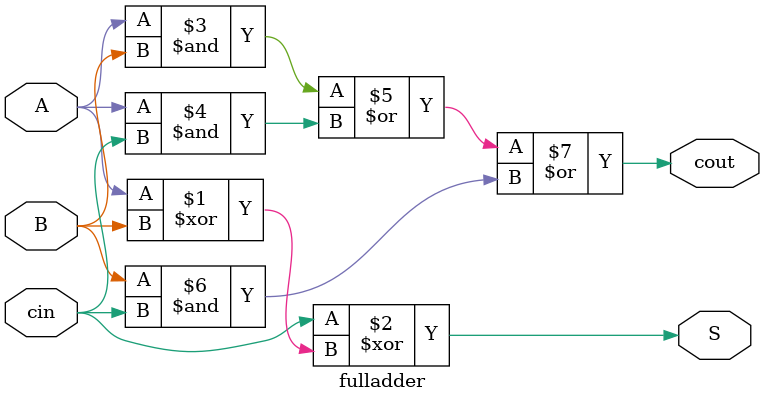
<source format=v>
module alu(SW, KEY, LEDR, HEX0, HEX1, HEX2, HEX3, HEX4, HEX5);
	input [9:0] SW; // reset_n -> SW[9], ALU_function -> SW[7:5], data A -> SW[3:0]
	input [0:0] KEY; // clk -> KEY[0]
	output [7:0] LEDR; // for ALUout
	output [0:6] HEX0, HEX1, HEX2, HEX3, HEX4, HEX5;
    wire [4:0] f0;
    wire [4:0] f1;
    wire [7:0] reg_out;
	
	reg [7:0] ALUout;

    assign HEX1 = 7'b1111111;
    assign HEX2 = 7'b1111111;
    assign HEX3 = 7'b1111111;

    eight_bit_register reg0(
        .d(ALUout),
        .clk(KEY[0]),
        .reset_n(SW[9]),
        .q(reg_out)
    );


    ripple4adder r0(
        .bin({1'b0, SW[7:4], 4'b0001}),
        .led(f0)
    );

    ripple4adder r1(
        .bin({1'b0, SW[7:0]}),
        .led(f1)
    );

    always @(*)
	begin
		case(SW[7:5])
			0: ALUout = {3'b000, f0};
			1: ALUout = {3'b000, f1};
			2: ALUout = SW[7:4] + SW[3:0];
			3: ALUout = {SW[7:4] | SW[3:0], SW[7:4] ^ SW[3:0]};
			4: ALUout = {7'b0000000, SW[7] | SW[6] | SW[5] | SW[4] | SW[3] | SW[2] | SW[1] | SW[0]};
			5: ALUout = SW[7:0];
            6: ALUout = 8'b00000000;
            7: ALUout = 8'b00000000;
			default: ALUout = 8'b00000000;
		endcase
	end
	
	assign LEDR = reg_out;

    seven_seg h0(
        .bin(SW[3:0]),
        .seg(HEX0)
    );

    seven_seg h4(
        .bin(ALUout[3:0]),
        .seg(HEX4)
    );

    seven_seg h5(
        .bin(ALUout[7:4]),
        .seg(HEX5)
    );
endmodule


module eight_bit_register(d, clk, reset_n, q);
	input [7:0] d;
	input clk, reset_n;
	output [7:0] q;
	reg [7:0] q;

	always @(posedge clk)
	begin
		if (reset_n == 1'b0)
			q <= 0;
		else
			q <= d;
	end
endmodule


module seven_seg(seg, bin);
    input [3:0] bin;
    output [0:6] seg;
    reg [0:6] seg;

    always @(bin)
    begin
        case (bin)
            0 : seg = 7'b0000001;
            1 : seg = 7'b1001111;
            2 : seg = 7'b0010010;
            3 : seg = 7'b0000110;
            4 : seg = 7'b1001100;
            5 : seg = 7'b0100100;
            6 : seg = 7'b0100000;
            7 : seg = 7'b0001111;
            8 : seg = 7'b0000000;
            9 : seg = 7'b0000100;
            10 : seg = 7'b0001000;
            11 : seg = 7'b1100000;
            12 : seg = 7'b0110001;
            13 : seg = 7'b1000010;
            14 : seg = 7'b0110000;
            15 : seg = 7'b0111000;
            default: seg = 7'b1111111;
        endcase
    end
endmodule


module ripple4adder(led, bin);
    input [8:0] bin;
    output [4:0] led;
    wire a, b, c;

    fulladder a0(
        .A(bin[0]),
        .B(bin[4]),
        .cin(bin[8]),
        .cout(a),
        .S(led[0])
    );

    fulladder a1(
        .A(bin[1]),
        .B(bin[5]),
        .cin(a),
        .cout(b),
        .S(led[1])
    );

    fulladder a2(
        .A(bin[2]),
        .B(bin[6]),
        .cin(b),
        .cout(c),
        .S(led[2])
    );

    fulladder a3(
        .A(bin[3]),
        .B(bin[7]),
        .cin(c),
        .cout(led[4]),
        .S(led[3])
    );
endmodule


module fulladder(A, B, cin, cout, S);
	input A;
	input B;
	input cin;
	output cout;
	output S;
	
	assign S = cin ^ (A ^ B);
	assign cout = A & B | A & cin | B & cin;
endmodule

</source>
